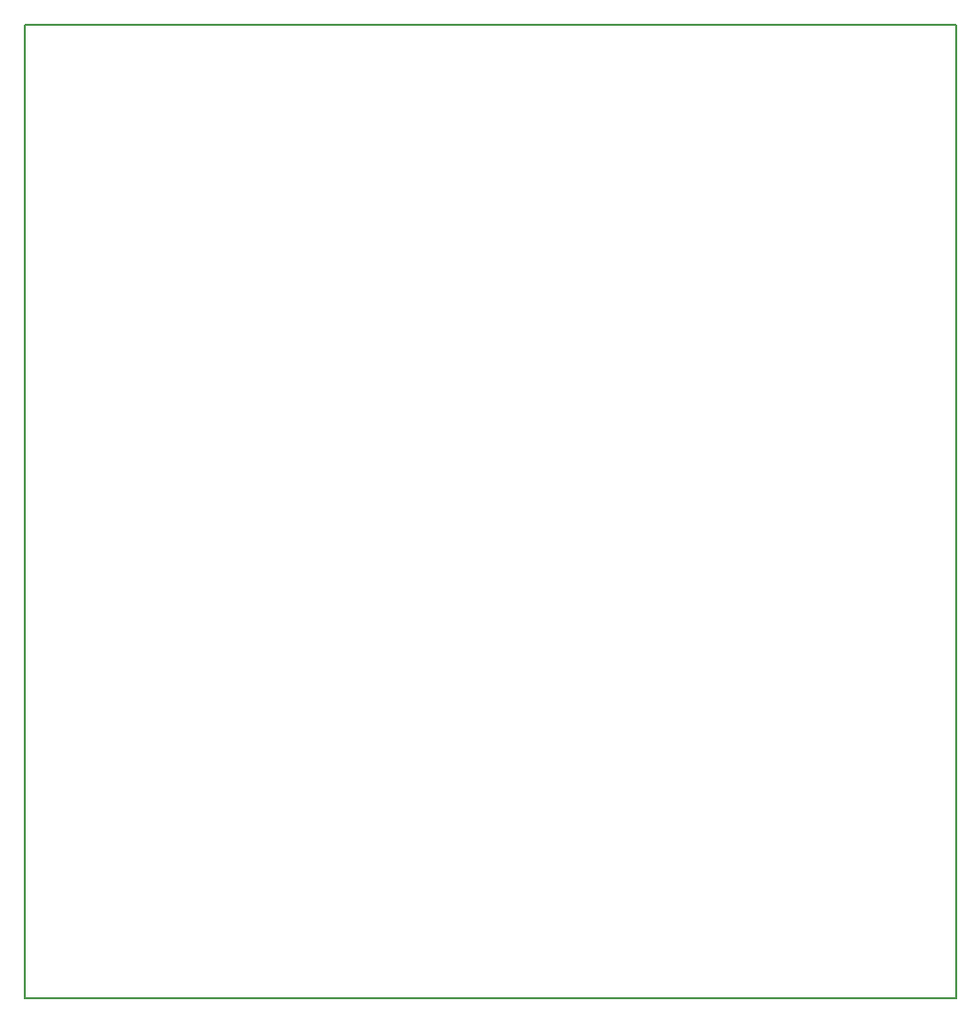
<source format=gbr>
G04 #@! TF.GenerationSoftware,KiCad,Pcbnew,(5.99.0-1468-g7e1294a4b)*
G04 #@! TF.CreationDate,2020-10-04T20:21:57+02:00*
G04 #@! TF.ProjectId,GB Dumper_SMD,47422044-756d-4706-9572-5f534d442e6b,rev?*
G04 #@! TF.SameCoordinates,Original*
G04 #@! TF.FileFunction,Profile,NP*
%FSLAX46Y46*%
G04 Gerber Fmt 4.6, Leading zero omitted, Abs format (unit mm)*
G04 Created by KiCad (PCBNEW (5.99.0-1468-g7e1294a4b)) date 2020-10-04 20:21:57*
%MOMM*%
%LPD*%
G01*
G04 APERTURE LIST*
G04 #@! TA.AperFunction,Profile*
%ADD10C,0.200000*%
G04 #@! TD*
G04 APERTURE END LIST*
D10*
X184490000Y-36960000D02*
X184490000Y-120000000D01*
X105000000Y-36950000D02*
X105000000Y-120000000D01*
X105000000Y-120000000D02*
X184490000Y-120010000D01*
X105000000Y-36950000D02*
X184490000Y-36960000D01*
M02*

</source>
